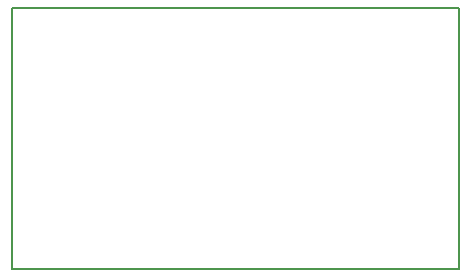
<source format=gm1>
G04 #@! TF.FileFunction,Profile,NP*
%FSLAX46Y46*%
G04 Gerber Fmt 4.6, Leading zero omitted, Abs format (unit mm)*
G04 Created by KiCad (PCBNEW 4.0.1-stable) date Tisdag 22 Mars 2016 22:05:33*
%MOMM*%
G01*
G04 APERTURE LIST*
%ADD10C,0.100000*%
%ADD11C,0.150000*%
G04 APERTURE END LIST*
D10*
D11*
X197800000Y-105900000D02*
X160000000Y-105900000D01*
X197800000Y-128000000D02*
X197800000Y-105900000D01*
X160000000Y-128000000D02*
X197800000Y-128000000D01*
X160000000Y-105900000D02*
X160000000Y-128000000D01*
M02*

</source>
